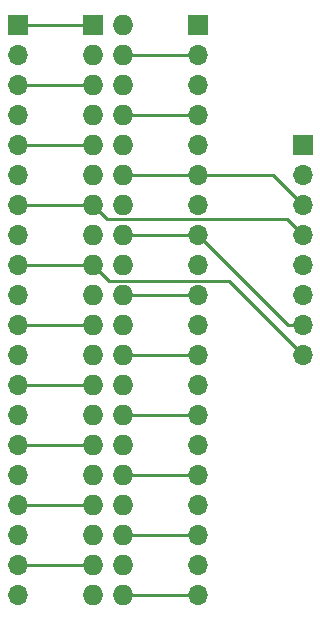
<source format=gbr>
%TF.GenerationSoftware,KiCad,Pcbnew,(5.1.6)-1*%
%TF.CreationDate,2020-08-11T03:39:42+02:00*%
%TF.ProjectId,Z80MiniFrameProtoConn,5a38304d-696e-4694-9672-616d6550726f,rev?*%
%TF.SameCoordinates,Original*%
%TF.FileFunction,Copper,L1,Top*%
%TF.FilePolarity,Positive*%
%FSLAX46Y46*%
G04 Gerber Fmt 4.6, Leading zero omitted, Abs format (unit mm)*
G04 Created by KiCad (PCBNEW (5.1.6)-1) date 2020-08-11 03:39:42*
%MOMM*%
%LPD*%
G01*
G04 APERTURE LIST*
%TA.AperFunction,ComponentPad*%
%ADD10O,1.700000X1.700000*%
%TD*%
%TA.AperFunction,ComponentPad*%
%ADD11R,1.700000X1.700000*%
%TD*%
%TA.AperFunction,ComponentPad*%
%ADD12O,1.727200X1.727200*%
%TD*%
%TA.AperFunction,ComponentPad*%
%ADD13R,1.727200X1.727200*%
%TD*%
%TA.AperFunction,Conductor*%
%ADD14C,0.250000*%
%TD*%
G04 APERTURE END LIST*
D10*
%TO.P,J4,8*%
%TO.N,/D7*%
X152400000Y-97790000D03*
%TO.P,J4,7*%
%TO.N,/D6*%
X152400000Y-95250000D03*
%TO.P,J4,6*%
%TO.N,/D5*%
X152400000Y-92710000D03*
%TO.P,J4,5*%
%TO.N,/D4*%
X152400000Y-90170000D03*
%TO.P,J4,4*%
%TO.N,/D3*%
X152400000Y-87630000D03*
%TO.P,J4,3*%
%TO.N,/D2*%
X152400000Y-85090000D03*
%TO.P,J4,2*%
%TO.N,/D1*%
X152400000Y-82550000D03*
D11*
%TO.P,J4,1*%
%TO.N,/D0*%
X152400000Y-80010000D03*
%TD*%
D10*
%TO.P,J3,20*%
%TO.N,Net-(J1-Pad40)*%
X143510000Y-118110000D03*
%TO.P,J3,19*%
%TO.N,Net-(J1-Pad38)*%
X143510000Y-115570000D03*
%TO.P,J3,18*%
%TO.N,Net-(J1-Pad36)*%
X143510000Y-113030000D03*
%TO.P,J3,17*%
%TO.N,GND*%
X143510000Y-110490000D03*
%TO.P,J3,16*%
%TO.N,Net-(J1-Pad32)*%
X143510000Y-107950000D03*
%TO.P,J3,15*%
%TO.N,Net-(J1-Pad30)*%
X143510000Y-105410000D03*
%TO.P,J3,14*%
%TO.N,Net-(J1-Pad28)*%
X143510000Y-102870000D03*
%TO.P,J3,13*%
%TO.N,Net-(J1-Pad26)*%
X143510000Y-100330000D03*
%TO.P,J3,12*%
%TO.N,Net-(J1-Pad24)*%
X143510000Y-97790000D03*
%TO.P,J3,11*%
%TO.N,Net-(J1-Pad22)*%
X143510000Y-95250000D03*
%TO.P,J3,10*%
%TO.N,Net-(J1-Pad20)*%
X143510000Y-92710000D03*
%TO.P,J3,9*%
%TO.N,Net-(J1-Pad18)*%
X143510000Y-90170000D03*
%TO.P,J3,8*%
%TO.N,/D6*%
X143510000Y-87630000D03*
%TO.P,J3,7*%
%TO.N,/D4*%
X143510000Y-85090000D03*
%TO.P,J3,6*%
%TO.N,/D2*%
X143510000Y-82550000D03*
%TO.P,J3,5*%
%TO.N,/D0*%
X143510000Y-80010000D03*
%TO.P,J3,4*%
%TO.N,Net-(J1-Pad8)*%
X143510000Y-77470000D03*
%TO.P,J3,3*%
%TO.N,Net-(J1-Pad6)*%
X143510000Y-74930000D03*
%TO.P,J3,2*%
%TO.N,Net-(J1-Pad4)*%
X143510000Y-72390000D03*
D11*
%TO.P,J3,1*%
%TO.N,Net-(J1-Pad2)*%
X143510000Y-69850000D03*
%TD*%
D10*
%TO.P,J2,20*%
%TO.N,Net-(J1-Pad39)*%
X128270000Y-118110000D03*
%TO.P,J2,19*%
%TO.N,Net-(J1-Pad37)*%
X128270000Y-115570000D03*
%TO.P,J2,18*%
%TO.N,Net-(J1-Pad35)*%
X128270000Y-113030000D03*
%TO.P,J2,17*%
%TO.N,Net-(J1-Pad33)*%
X128270000Y-110490000D03*
%TO.P,J2,16*%
%TO.N,Net-(J1-Pad31)*%
X128270000Y-107950000D03*
%TO.P,J2,15*%
%TO.N,Net-(J1-Pad29)*%
X128270000Y-105410000D03*
%TO.P,J2,14*%
%TO.N,Net-(J1-Pad27)*%
X128270000Y-102870000D03*
%TO.P,J2,13*%
%TO.N,Net-(J1-Pad25)*%
X128270000Y-100330000D03*
%TO.P,J2,12*%
%TO.N,Net-(J1-Pad23)*%
X128270000Y-97790000D03*
%TO.P,J2,11*%
%TO.N,Net-(J1-Pad21)*%
X128270000Y-95250000D03*
%TO.P,J2,10*%
%TO.N,Net-(J1-Pad19)*%
X128270000Y-92710000D03*
%TO.P,J2,9*%
%TO.N,/D7*%
X128270000Y-90170000D03*
%TO.P,J2,8*%
%TO.N,/D5*%
X128270000Y-87630000D03*
%TO.P,J2,7*%
%TO.N,/D3*%
X128270000Y-85090000D03*
%TO.P,J2,6*%
%TO.N,/D1*%
X128270000Y-82550000D03*
%TO.P,J2,5*%
%TO.N,VCC*%
X128270000Y-80010000D03*
%TO.P,J2,4*%
%TO.N,Net-(J1-Pad7)*%
X128270000Y-77470000D03*
%TO.P,J2,3*%
%TO.N,Net-(J1-Pad5)*%
X128270000Y-74930000D03*
%TO.P,J2,2*%
%TO.N,Net-(J1-Pad3)*%
X128270000Y-72390000D03*
D11*
%TO.P,J2,1*%
%TO.N,Net-(J1-Pad1)*%
X128270000Y-69850000D03*
%TD*%
D12*
%TO.P,J1,40*%
%TO.N,Net-(J1-Pad40)*%
X137160000Y-118110000D03*
%TO.P,J1,39*%
%TO.N,Net-(J1-Pad39)*%
X134620000Y-118110000D03*
%TO.P,J1,38*%
%TO.N,Net-(J1-Pad38)*%
X137160000Y-115570000D03*
%TO.P,J1,37*%
%TO.N,Net-(J1-Pad37)*%
X134620000Y-115570000D03*
%TO.P,J1,36*%
%TO.N,Net-(J1-Pad36)*%
X137160000Y-113030000D03*
%TO.P,J1,35*%
%TO.N,Net-(J1-Pad35)*%
X134620000Y-113030000D03*
%TO.P,J1,34*%
%TO.N,GND*%
X137160000Y-110490000D03*
%TO.P,J1,33*%
%TO.N,Net-(J1-Pad33)*%
X134620000Y-110490000D03*
%TO.P,J1,32*%
%TO.N,Net-(J1-Pad32)*%
X137160000Y-107950000D03*
%TO.P,J1,31*%
%TO.N,Net-(J1-Pad31)*%
X134620000Y-107950000D03*
%TO.P,J1,30*%
%TO.N,Net-(J1-Pad30)*%
X137160000Y-105410000D03*
%TO.P,J1,29*%
%TO.N,Net-(J1-Pad29)*%
X134620000Y-105410000D03*
%TO.P,J1,28*%
%TO.N,Net-(J1-Pad28)*%
X137160000Y-102870000D03*
%TO.P,J1,27*%
%TO.N,Net-(J1-Pad27)*%
X134620000Y-102870000D03*
%TO.P,J1,26*%
%TO.N,Net-(J1-Pad26)*%
X137160000Y-100330000D03*
%TO.P,J1,25*%
%TO.N,Net-(J1-Pad25)*%
X134620000Y-100330000D03*
%TO.P,J1,24*%
%TO.N,Net-(J1-Pad24)*%
X137160000Y-97790000D03*
%TO.P,J1,23*%
%TO.N,Net-(J1-Pad23)*%
X134620000Y-97790000D03*
%TO.P,J1,22*%
%TO.N,Net-(J1-Pad22)*%
X137160000Y-95250000D03*
%TO.P,J1,21*%
%TO.N,Net-(J1-Pad21)*%
X134620000Y-95250000D03*
%TO.P,J1,20*%
%TO.N,Net-(J1-Pad20)*%
X137160000Y-92710000D03*
%TO.P,J1,19*%
%TO.N,Net-(J1-Pad19)*%
X134620000Y-92710000D03*
%TO.P,J1,18*%
%TO.N,Net-(J1-Pad18)*%
X137160000Y-90170000D03*
%TO.P,J1,17*%
%TO.N,/D7*%
X134620000Y-90170000D03*
%TO.P,J1,16*%
%TO.N,/D6*%
X137160000Y-87630000D03*
%TO.P,J1,15*%
%TO.N,/D5*%
X134620000Y-87630000D03*
%TO.P,J1,14*%
%TO.N,/D4*%
X137160000Y-85090000D03*
%TO.P,J1,13*%
%TO.N,/D3*%
X134620000Y-85090000D03*
%TO.P,J1,12*%
%TO.N,/D2*%
X137160000Y-82550000D03*
%TO.P,J1,11*%
%TO.N,/D1*%
X134620000Y-82550000D03*
%TO.P,J1,10*%
%TO.N,/D0*%
X137160000Y-80010000D03*
%TO.P,J1,9*%
%TO.N,VCC*%
X134620000Y-80010000D03*
%TO.P,J1,8*%
%TO.N,Net-(J1-Pad8)*%
X137160000Y-77470000D03*
%TO.P,J1,7*%
%TO.N,Net-(J1-Pad7)*%
X134620000Y-77470000D03*
%TO.P,J1,6*%
%TO.N,Net-(J1-Pad6)*%
X137160000Y-74930000D03*
%TO.P,J1,5*%
%TO.N,Net-(J1-Pad5)*%
X134620000Y-74930000D03*
%TO.P,J1,4*%
%TO.N,Net-(J1-Pad4)*%
X137160000Y-72390000D03*
%TO.P,J1,3*%
%TO.N,Net-(J1-Pad3)*%
X134620000Y-72390000D03*
%TO.P,J1,2*%
%TO.N,Net-(J1-Pad2)*%
X137160000Y-69850000D03*
D13*
%TO.P,J1,1*%
%TO.N,Net-(J1-Pad1)*%
X134620000Y-69850000D03*
%TD*%
D14*
%TO.N,Net-(J1-Pad40)*%
X137160000Y-118110000D02*
X143510000Y-118110000D01*
%TO.N,Net-(J1-Pad37)*%
X128270000Y-115570000D02*
X134620000Y-115570000D01*
%TO.N,Net-(J1-Pad36)*%
X137160000Y-113030000D02*
X143510000Y-113030000D01*
%TO.N,Net-(J1-Pad33)*%
X128270000Y-110490000D02*
X134620000Y-110490000D01*
%TO.N,Net-(J1-Pad32)*%
X137160000Y-107950000D02*
X143510000Y-107950000D01*
%TO.N,Net-(J1-Pad29)*%
X128270000Y-105410000D02*
X134620000Y-105410000D01*
%TO.N,Net-(J1-Pad28)*%
X137160000Y-102870000D02*
X143510000Y-102870000D01*
%TO.N,Net-(J1-Pad25)*%
X134620000Y-100330000D02*
X128270000Y-100330000D01*
%TO.N,Net-(J1-Pad24)*%
X137160000Y-97790000D02*
X143510000Y-97790000D01*
%TO.N,Net-(J1-Pad21)*%
X128270000Y-95250000D02*
X134620000Y-95250000D01*
%TO.N,Net-(J1-Pad20)*%
X137160000Y-92710000D02*
X143510000Y-92710000D01*
%TO.N,/D7*%
X134620000Y-90170000D02*
X128270000Y-90170000D01*
%TO.N,/D6*%
X143510000Y-87630000D02*
X137160000Y-87630000D01*
%TO.N,/D3*%
X128270000Y-85090000D02*
X134620000Y-85090000D01*
%TO.N,/D2*%
X137160000Y-82550000D02*
X143510000Y-82550000D01*
%TO.N,Net-(J1-Pad8)*%
X137160000Y-77470000D02*
X143510000Y-77470000D01*
%TO.N,Net-(J1-Pad5)*%
X128270000Y-74930000D02*
X134620000Y-74930000D01*
%TO.N,Net-(J1-Pad4)*%
X137160000Y-72390000D02*
X143510000Y-72390000D01*
%TO.N,Net-(J1-Pad1)*%
X128270000Y-69850000D02*
X134620000Y-69850000D01*
%TO.N,VCC*%
X128270000Y-80010000D02*
X134620000Y-80010000D01*
%TO.N,/D7*%
X135971399Y-91521399D02*
X146131399Y-91521399D01*
X134620000Y-90170000D02*
X135971399Y-91521399D01*
X146131399Y-91521399D02*
X152400000Y-97790000D01*
%TO.N,/D6*%
X151130000Y-95250000D02*
X152400000Y-95250000D01*
X143510000Y-87630000D02*
X151130000Y-95250000D01*
%TO.N,/D3*%
X151048601Y-86278601D02*
X152400000Y-87630000D01*
X135808601Y-86278601D02*
X151048601Y-86278601D01*
X134620000Y-85090000D02*
X135808601Y-86278601D01*
%TO.N,/D2*%
X149860000Y-82550000D02*
X152400000Y-85090000D01*
X143510000Y-82550000D02*
X149860000Y-82550000D01*
%TD*%
M02*

</source>
